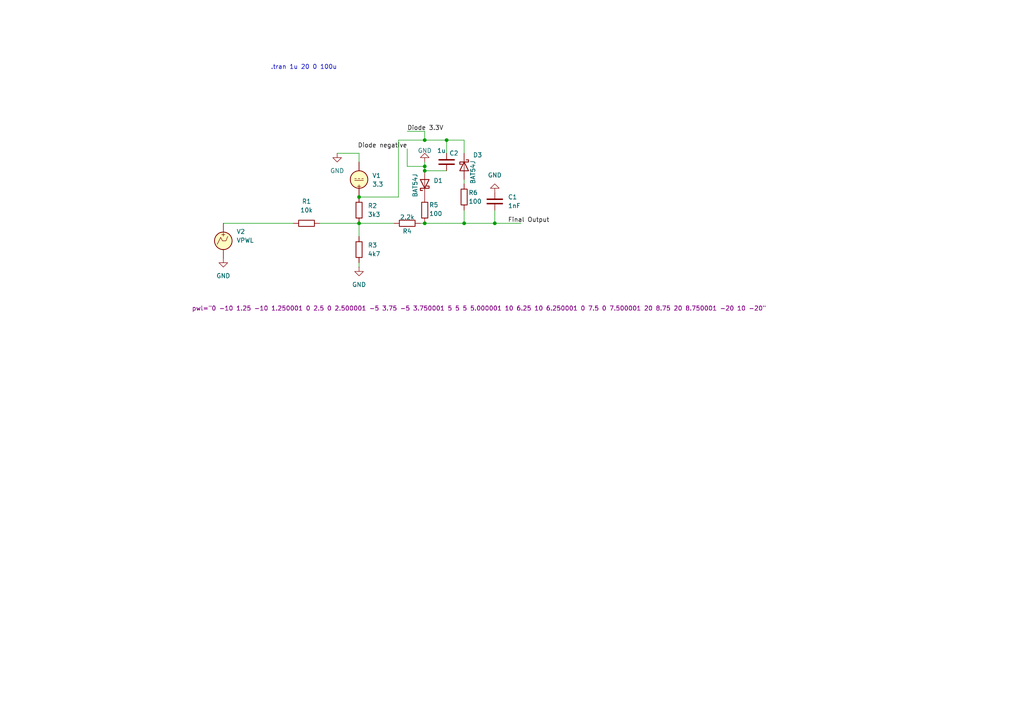
<source format=kicad_sch>
(kicad_sch (version 20250114) (generator "eeschema") (generator_version "9.0")
  (paper "A4")
  (lib_symbols
    (symbol "Diode:BAT54J" (pin_numbers (hide yes)) (pin_names (offset 1.016) (hide yes))
      (property "Reference" "D" (at 0 2.54 0))
      (property "Value" "BAT54J" (at 0 -2.54 0))
      (symbol "BAT54J_0_1"
        (polyline (pts (xy -1.905 0.635) (xy -1.905 1.27) (xy -1.27 1.27) (xy -1.27 -1.27) (xy -0.635 -1.27) (xy -0.635 -0.635)) (stroke (width 0.254)))
        (polyline (pts (xy 1.27 1.27) (xy 1.27 -1.27) (xy -1.27 0) (xy 1.27 1.27)) (stroke (width 0.254)))
        (polyline (pts (xy 1.27 0) (xy -1.27 0)))
      )
      (symbol "BAT54J_1_1"
        (pin passive line (at -3.81 0 0) (length 2.54) (name "K") (number "1"))
        (pin passive line (at 3.81 0 180) (length 2.54) (name "A") (number "2"))
      )
    )
    (symbol "PCM_SL_Devices:Capacitor_NP"
      (property "Reference" "C" (at 0 6.35 0))
      (property "Value" "Capacitor_NP" (at 0 3.81 0))
      (symbol "Capacitor_NP_0_1"
        (rectangle (start -0.762 2.286) (end -0.508 -2.286) (fill (type outline)))
        (rectangle (start 0.508 2.286) (end 0.762 -2.286) (fill (type outline)))
      )
      (symbol "Capacitor_NP_1_1"
        (pin passive line (at -2.54 0 0) (length 2) (name "~") (number "1"))
        (pin input line (at 2.54 0 180) (length 2) (name "~") (number "2"))
      )
    )
    (symbol "PCM_SL_Resistors:Resistor"
      (property "Reference" "R" (at 0 5.08 0))
      (property "Value" "Resistor" (at 0 2.54 0))
      (symbol "Resistor_0_1"
        (rectangle (start -2.286 0.889) (end 2.286 -0.889) (stroke (width 0.24)))
      )
      (symbol "Resistor_1_1"
        (pin passive line (at -3.81 0 0) (length 1.5) (name "") (number "1"))
        (pin passive line (at 3.81 0 180) (length 1.5) (name "~") (number "2"))
      )
    )
    (symbol "Simulation_SPICE:VDC" (pin_numbers (hide yes)) (pin_names (offset 0.0254))
      (property "Reference" "V" (at 2.54 2.54 0))
      (property "Value" "1" (at 2.54 0 0))
      (symbol "VDC_0_0"
        (polyline (pts (xy -1.27 0.254) (xy 1.27 0.254)))
        (polyline (pts (xy -0.762 -0.254) (xy -1.27 -0.254)))
        (polyline (pts (xy 0.254 -0.254) (xy -0.254 -0.254)))
        (polyline (pts (xy 1.27 -0.254) (xy 0.762 -0.254)))
        (text "+" (at 0 1.905 0) (effects (font (size 1.27 1.27))))
      )
      (symbol "VDC_0_1"
        (circle (center 0 0) (radius 2.54) (stroke (width 0.254)) (fill (type background)))
      )
      (symbol "VDC_1_1"
        (pin passive line (at 0 5.08 270) (length 2.54) (name "~") (number "1"))
        (pin passive line (at 0 -5.08 90) (length 2.54) (name "~") (number "2"))
      )
    )
    (symbol "Simulation_SPICE:VPWL" (pin_numbers (hide yes)) (pin_names (offset 0.0254))
      (property "Reference" "V" (at 2.54 2.54 0))
      (property "Value" "VPWL" (at 2.54 0 0))
      (property "Sim.Params" "pwl=\"0 -1 50n -1 51n 0 97n 1 171n -1 200n -1\"" (at 2.54 -2.54 0))
      (symbol "VPWL_0_0"
        (polyline (pts (xy -1.778 -1.016) (xy -0.762 1.016) (xy -0.254 0) (xy 0.762 0) (xy 1.27 1.27)))
        (text "+" (at 0 1.905 0) (effects (font (size 1.27 1.27))))
      )
      (symbol "VPWL_0_1"
        (circle (center 0 0) (radius 2.54) (stroke (width 0.254)) (fill (type background)))
      )
      (symbol "VPWL_1_1"
        (pin passive line (at 0 5.08 270) (length 2.54) (name "~") (number "1"))
        (pin passive line (at 0 -5.08 90) (length 2.54) (name "~") (number "2"))
      )
    )
    (symbol "power:GND" (power) (pin_numbers (hide yes)) (pin_names (offset 0) (hide yes))
      (property "Value" "GND" (at 0 -3.81 0))
      (symbol "GND_0_1"
        (polyline (pts (xy 0 0) (xy 0 -1.27) (xy 1.27 -1.27) (xy 0 -2.54) (xy -1.27 -1.27) (xy 0 -1.27)))
      )
      (symbol "GND_1_1"
        (pin power_in line (at 0 0 270) (length 0) (name "~") (number "1"))
      )
    )
  )
  (text ".tran 1u 20 0 100u" (at 88.138 19.558 0) (effects (font (size 1.27 1.27))))
  (junction (at 104.14 64.77))
  (junction (at 123.19 40.64))
  (junction (at 123.19 48.26))
  (junction (at 129.54 40.64))
  (junction (at 143.51 64.77))
  (junction (at 134.62 64.77))
  (junction (at 104.14 57.15))
  (junction (at 123.19 64.77))
  (junction (at 123.19 49.53))
  (wire (pts (xy 134.62 40.64) (xy 129.54 40.64)))
  (wire (pts (xy 134.62 52.07) (xy 134.62 53.34)))
  (wire (pts (xy 118.11 48.26) (xy 123.19 48.26)))
  (wire (pts (xy 123.19 64.77) (xy 121.92 64.77)))
  (wire (pts (xy 129.54 40.64) (xy 129.54 44.45)))
  (wire (pts (xy 104.14 64.77) (xy 114.3 64.77)))
  (wire (pts (xy 123.19 38.1) (xy 123.19 40.64)))
  (wire (pts (xy 123.19 40.64) (xy 115.57 40.64)))
  (wire (pts (xy 115.57 40.64) (xy 115.57 57.15)))
  (wire (pts (xy 123.19 64.77) (xy 134.62 64.77)))
  (wire (pts (xy 123.19 49.53) (xy 123.19 48.26)))
  (wire (pts (xy 134.62 64.77) (xy 143.51 64.77)))
  (wire (pts (xy 134.62 44.45) (xy 134.62 40.64)))
  (wire (pts (xy 104.14 44.45) (xy 104.14 46.99)))
  (wire (pts (xy 129.54 49.53) (xy 123.19 49.53)))
  (wire (pts (xy 129.54 40.64) (xy 123.19 40.64)))
  (wire (pts (xy 92.71 64.77) (xy 104.14 64.77)))
  (wire (pts (xy 118.11 43.18) (xy 118.11 48.26)))
  (wire (pts (xy 143.51 64.77) (xy 151.13 64.77)))
  (wire (pts (xy 143.51 60.96) (xy 143.51 64.77)))
  (wire (pts (xy 97.79 44.45) (xy 104.14 44.45)))
  (wire (pts (xy 64.77 64.77) (xy 85.09 64.77)))
  (wire (pts (xy 104.14 76.2) (xy 104.14 77.47)))
  (wire (pts (xy 134.62 60.96) (xy 134.62 64.77)))
  (wire (pts (xy 118.11 38.1) (xy 123.19 38.1)))
  (wire (pts (xy 104.14 57.15) (xy 115.57 57.15)))
  (wire (pts (xy 104.14 64.77) (xy 104.14 68.58)))
  (wire (pts (xy 123.19 46.99) (xy 123.19 48.26)))
  (label "Diode 3.3V" (at 118.11 38.1 0))
  (label "Final Output" (at 147.32 64.77 0))
  (label "Diode negative" (at 118.11 43.18 180))
  (symbol (lib_id "PCM_SL_Resistors:Resistor") (at 88.9 64.77 0) (unit 1)
    (property "Reference" "R1" (at 88.9 58.42 0))
    (property "Value" "10k" (at 88.9 60.96 0))
    (property "Footprint" "Resistor_THT:R_Axial_DIN0207_L6.3mm_D2.5mm_P10.16mm_Horizontal" (effects (hide yes)))
    (property "Description" "1/4W Resistor" (effects (hide yes)))
  )
  (symbol (lib_id "power:GND") (at 143.51 55.88 180) (unit 1)
    (property "Reference" "#PWR05" (effects (hide yes)))
    (property "Value" "GND" (at 143.51 50.8 0))
    (property "Description" "Power symbol creates a global label with name \"GND\" , ground" (effects (hide yes)))
  )
  (symbol (lib_id "PCM_SL_Resistors:Resistor") (at 104.14 72.39 90) (unit 1)
    (property "Reference" "R3" (at 106.68 71.1199 90) (effects (justify right)))
    (property "Value" "4k7" (at 106.68 73.6599 90) (effects (justify right)))
    (property "Footprint" "Resistor_THT:R_Axial_DIN0207_L6.3mm_D2.5mm_P10.16mm_Horizontal" (effects (hide yes)))
    (property "Description" "1/4W Resistor" (effects (hide yes)))
  )
  (symbol (lib_id "power:GND") (at 123.19 46.99 180) (unit 1)
    (property "Reference" "#PWR04" (effects (hide yes)))
    (property "Value" "GND" (at 123.19 43.688 0))
    (property "Description" "Power symbol creates a global label with name \"GND\" , ground" (effects (hide yes)))
  )
  (symbol (lib_id "Diode:BAT54J") (at 134.62 48.26 270) (unit 1)
    (property "Reference" "D3" (at 137.16 44.958 90) (effects (justify left)))
    (property "Value" "BAT54J" (at 137.16 46.482 0) (effects (justify left)))
    (property "Footprint" "Diode_SMD:D_SOD-323F" (effects (hide yes)))
    (property "Datasheet" "https://assets.nexperia.com/documents/data-sheet/BAT54J.pdf" (effects (hide yes)))
    (property "Description" "30V 200mA Schottky diode, SOD-323F" (effects (hide yes)))
    (property "Sim.Library" "C:\\Users\\4343\\Downloads\\BAT54J.lib" (effects (hide yes)))
    (property "Sim.Name" "BAT54J" (effects (hide yes)))
    (property "Sim.Device" "SUBCKT" (effects (hide yes)))
    (property "Sim.Pins" "1=2 2=1" (effects (hide yes)))
  )
  (symbol (lib_id "PCM_SL_Resistors:Resistor") (at 134.62 57.15 90) (unit 1)
    (property "Reference" "R6" (at 135.89 55.88 90) (effects (justify right)))
    (property "Value" "100" (at 135.89 58.42 90) (effects (justify right)))
    (property "Footprint" "Resistor_THT:R_Axial_DIN0207_L6.3mm_D2.5mm_P10.16mm_Horizontal" (effects (hide yes)))
    (property "Description" "1/4W Resistor" (effects (hide yes)))
  )
  (symbol (lib_id "power:GND") (at 64.77 74.93 0) (unit 1)
    (property "Reference" "#PWR01" (effects (hide yes)))
    (property "Value" "GND" (at 64.77 80.01 0))
    (property "Description" "Power symbol creates a global label with name \"GND\" , ground" (effects (hide yes)))
  )
  (symbol (lib_id "PCM_SL_Resistors:Resistor") (at 123.19 60.96 90) (unit 1)
    (property "Reference" "R5" (at 124.46 59.436 90) (effects (justify right)))
    (property "Value" "100" (at 124.46 61.976 90) (effects (justify right)))
    (property "Footprint" "Resistor_THT:R_Axial_DIN0207_L6.3mm_D2.5mm_P10.16mm_Horizontal" (effects (hide yes)))
    (property "Description" "1/4W Resistor" (effects (hide yes)))
  )
  (symbol (lib_id "Diode:BAT54J") (at 123.19 53.34 90) (unit 1)
    (property "Reference" "D1" (at 125.73 52.3874 90) (effects (justify right)))
    (property "Value" "BAT54J" (at 120.396 50.292 0) (effects (justify right)))
    (property "Footprint" "Diode_SMD:D_SOD-323F" (effects (hide yes)))
    (property "Datasheet" "https://assets.nexperia.com/documents/data-sheet/BAT54J.pdf" (effects (hide yes)))
    (property "Description" "30V 200mA Schottky diode, SOD-323F" (effects (hide yes)))
    (property "Sim.Library" "C:\\Users\\4343\\Downloads\\BAT54J.lib" (effects (hide yes)))
    (property "Sim.Name" "BAT54J" (effects (hide yes)))
    (property "Sim.Device" "SUBCKT" (effects (hide yes)))
    (property "Sim.Pins" "1=2 2=1" (effects (hide yes)))
  )
  (symbol (lib_id "PCM_SL_Resistors:Resistor") (at 104.14 60.96 90) (unit 1)
    (property "Reference" "R2" (at 106.68 59.6899 90) (effects (justify right)))
    (property "Value" "3k3" (at 106.68 62.2299 90) (effects (justify right)))
    (property "Footprint" "Resistor_THT:R_Axial_DIN0207_L6.3mm_D2.5mm_P10.16mm_Horizontal" (effects (hide yes)))
    (property "Description" "1/4W Resistor" (effects (hide yes)))
  )
  (symbol (lib_id "power:GND") (at 97.79 44.45 0) (unit 1)
    (property "Reference" "#PWR03" (effects (hide yes)))
    (property "Value" "GND" (at 97.79 49.53 0))
    (property "Description" "Power symbol creates a global label with name \"GND\" , ground" (effects (hide yes)))
  )
  (symbol (lib_id "Simulation_SPICE:VPWL") (at 64.77 69.85 0) (unit 1)
    (property "Reference" "V2" (at 68.58 67.1801 0) (effects (justify left)))
    (property "Value" "VPWL" (at 68.58 69.7201 0) (effects (justify left)))
    (property "Datasheet" "https://ngspice.sourceforge.io/docs/ngspice-html-manual/manual.xhtml#sec_Independent_Sources_for" (effects (hide yes)))
    (property "Description" "Voltage source, piece-wise linear" (effects (hide yes)))
    (property "Sim.Pins" "1=+ 2=-" (effects (hide yes)))
    (property "Sim.Device" "V" (effects (hide yes)))
    (property "Sim.Params" "pwl=\"0 -10 1.25 -10 1.250001 0 2.5 0 2.500001 -5 3.75 -5 3.750001 5 5 5 5.000001 10 6.25 10 6.250001 0 7.5 0 7.500001 20 8.75 20 8.750001 -20 10 -20\"" (at 55.626 89.408 0) (effects (justify left)))
    (property "Sim.Type" "PWL" (effects (hide yes)))
  )
  (symbol (lib_id "PCM_SL_Devices:Capacitor_NP") (at 129.54 46.99 270) (unit 1)
    (property "Reference" "C2" (at 130.302 44.45 90) (effects (justify left)))
    (property "Value" "1u" (at 126.746 43.688 90) (effects (justify left)))
    (property "Footprint" "Capacitor_THT:C_Disc_D3.0mm_W2.0mm_P2.50mm" (effects (hide yes)))
    (property "Description" "Unpolarized Capacitor" (effects (hide yes)))
  )
  (symbol (lib_id "PCM_SL_Resistors:Resistor") (at 118.11 64.77 0) (unit 1)
    (property "Reference" "R4" (at 118.11 67.056 0))
    (property "Value" "2.2k" (at 118.11 62.992 0))
    (property "Footprint" "Resistor_THT:R_Axial_DIN0207_L6.3mm_D2.5mm_P10.16mm_Horizontal" (effects (hide yes)))
    (property "Description" "1/4W Resistor" (effects (hide yes)))
  )
  (symbol (lib_id "power:GND") (at 104.14 77.47 0) (unit 1)
    (property "Reference" "#PWR02" (effects (hide yes)))
    (property "Value" "GND" (at 104.14 82.55 0))
    (property "Description" "Power symbol creates a global label with name \"GND\" , ground" (effects (hide yes)))
  )
  (symbol (lib_id "PCM_SL_Devices:Capacitor_NP") (at 143.51 58.42 270) (unit 1)
    (property "Reference" "C1" (at 147.32 57.1499 90) (effects (justify left)))
    (property "Value" "1nF" (at 147.32 59.6899 90) (effects (justify left)))
    (property "Footprint" "Capacitor_THT:C_Disc_D3.0mm_W2.0mm_P2.50mm" (effects (hide yes)))
    (property "Description" "Unpolarized Capacitor" (effects (hide yes)))
  )
  (symbol (lib_id "Simulation_SPICE:VDC") (at 104.14 52.07 180) (unit 1)
    (property "Reference" "V1" (at 107.95 50.9297 0) (effects (justify right)))
    (property "Value" "3.3" (at 107.95 53.4697 0) (effects (justify right)))
    (property "Datasheet" "https://ngspice.sourceforge.io/docs/ngspice-html-manual/manual.xhtml#sec_Independent_Sources_for" (effects (hide yes)))
    (property "Description" "Voltage source, DC" (effects (hide yes)))
    (property "Sim.Pins" "1=+ 2=-" (effects (hide yes)))
    (property "Sim.Type" "DC" (effects (hide yes)))
    (property "Sim.Device" "V" (effects (hide yes)))
  )
)
</source>
